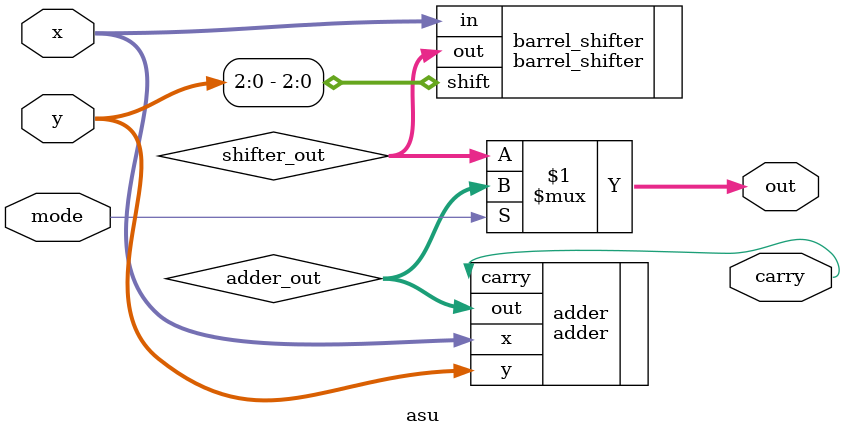
<source format=v>
module asu (x, y, mode, carry, out);
input [7:0] x, y;
input mode;
output carry;
output [7:0] out;

/*Write your code here*/

wire [7:0] adder_out;
wire [7:0] shifter_out;

adder adder(.x(x), .y(y), .carry(carry), .out(adder_out));

barrel_shifter barrel_shifter(.in(x), .shift(y[2:0]), .out(shifter_out));

assign out = mode ? adder_out : shifter_out;

/*End of code*/


endmodule
</source>
